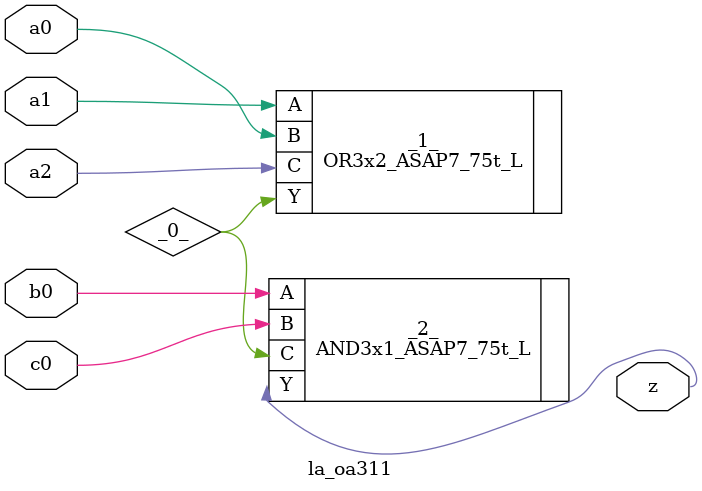
<source format=v>
/* Generated by Yosys 0.37 (git sha1 a5c7f69ed, clang 14.0.0-1ubuntu1.1 -fPIC -Os) */

module la_oa311(a0, a1, a2, b0, c0, z);
  wire _0_;
  input a0;
  wire a0;
  input a1;
  wire a1;
  input a2;
  wire a2;
  input b0;
  wire b0;
  input c0;
  wire c0;
  output z;
  wire z;
  OR3x2_ASAP7_75t_L _1_ (
    .A(a1),
    .B(a0),
    .C(a2),
    .Y(_0_)
  );
  AND3x1_ASAP7_75t_L _2_ (
    .A(b0),
    .B(c0),
    .C(_0_),
    .Y(z)
  );
endmodule

</source>
